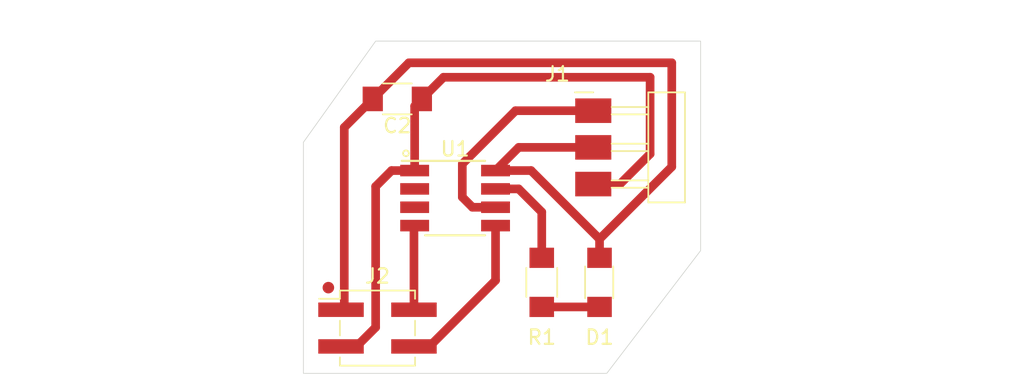
<source format=kicad_pcb>
(kicad_pcb (version 20240108) (generator "pcbnew") (generator_version "8.0")
  (layers (0 "F.Cu" signal) (31 "B.Cu" signal) (34 "B.Paste" user) (35 "F.Paste" user) (36 "B.SilkS" user "B.Silkscreen") (37 "F.SilkS" user "F.Silkscreen") (38 "B.Mask" user) (39 "F.Mask" user) (44 "Edge.Cuts" user))
  (net 0 "")
  (net 1 "/GND")
  (net 2 "/VCC")
  (net 3 "/UPDI")
  (net 4 "/RX")
  (net 5 "/TX")
  (net 6 "/PA3")
  (net 7 "Net-(D1-A)")
  (net 8 "/PA6")
  (net 9 "/PA7")
  (footprint "fab_footprints:SOIC-8_3.9x4.9mm_P1.27mm" (layer "F.Cu") (at 106 54.865)
    (property "Reference" "U1" (at 0 -3.4 360) (layer "F.SilkS"))
    (property "Value" "Microcontroller_ATtiny412_SSFR")
    (fp_line (start -3.69 -2.575) (end 2.075 -2.575) (stroke (width 0.15)) (layer "F.SilkS"))
    (fp_line (start -2.075 2.575) (end 2.075 2.575) (stroke (width 0.15)) (layer "F.SilkS"))
    (fp_circle (center -3.4 -3.1) (end -3.2 -3.1) (stroke (width 0.12)) (fill none) (layer "F.SilkS"))
    (pad "1" smd rect (at -2.8 -1.905) (size 2 0.8) (layers "F.Cu" "F.Paste" "F.Mask") (net 2 "/VCC"))
    (pad "2" smd rect (at -2.8 -0.635) (size 2 0.8) (layers "F.Cu" "F.Paste" "F.Mask") (net 8 "/PA6"))
    (pad "3" smd rect (at -2.8 0.635) (size 2 0.8) (layers "F.Cu" "F.Paste" "F.Mask") (net 9 "/PA7"))
    (pad "4" smd rect (at -2.8 1.905) (size 2 0.8) (layers "F.Cu" "F.Paste" "F.Mask") (net 4 "/RX"))
    (pad "5" smd rect (at 2.8 1.905) (size 2 0.8) (layers "F.Cu" "F.Paste" "F.Mask") (net 5 "/TX"))
    (pad "6" smd rect (at 2.8 0.635) (size 2 0.8) (layers "F.Cu" "F.Paste" "F.Mask") (net 3 "/UPDI"))
    (pad "7" smd rect (at 2.8 -0.635) (size 2 0.8) (layers "F.Cu" "F.Paste" "F.Mask") (net 6 "/PA3"))
    (pad "8" smd rect (at 2.8 -1.905) (size 2 0.8) (layers "F.Cu" "F.Paste" "F.Mask") (net 1 "/GND"))
  )
  (footprint "fab_footprints:PinHeader_2x02_P2.54mm_Vertical_SMD" (layer "F.Cu") (at 100.6275 63.865)
    (property "Reference" "J2" (at 0 -3.6 360) (layer "F.SilkS"))
    (property "Value" "Conn_PinHeader_2x02_P2.54mm_Vertical_SMD")
    (fp_circle (center -3.4 -2.8) (end -3.1 -2.8) (stroke (width 0.2)) (fill solid) (layer "F.Cu"))
    (fp_line (start -4.04 -2.03) (end -2.6 -2.03) (stroke (width 0.12)) (layer "F.SilkS"))
    (fp_line (start -2.6 -2.6) (end -2.6 -2.03) (stroke (width 0.12)) (layer "F.SilkS"))
    (fp_line (start -2.6 -2.6) (end 2.6 -2.6) (stroke (width 0.12)) (layer "F.SilkS"))
    (fp_line (start -2.6 -0.51) (end -2.6 0.51) (stroke (width 0.12)) (layer "F.SilkS"))
    (fp_line (start -2.6 2.03) (end -2.6 2.6) (stroke (width 0.12)) (layer "F.SilkS"))
    (fp_line (start -2.6 2.6) (end 2.6 2.6) (stroke (width 0.12)) (layer "F.SilkS"))
    (fp_line (start 2.6 -2.6) (end 2.6 -2.03) (stroke (width 0.12)) (layer "F.SilkS"))
    (fp_line (start 2.6 -0.51) (end 2.6 0.51) (stroke (width 0.12)) (layer "F.SilkS"))
    (fp_line (start 2.6 2.03) (end 2.6 2.6) (stroke (width 0.12)) (layer "F.SilkS"))
    (pad "1" smd rect (at -2.525 -1.27) (size 3.15 1) (layers "F.Cu" "F.Paste" "F.Mask") (net 1 "/GND"))
    (pad "2" smd rect (at 2.525 -1.27) (size 3.15 1) (layers "F.Cu" "F.Paste" "F.Mask") (net 4 "/RX"))
    (pad "3" smd rect (at -2.525 1.27) (size 3.15 1) (layers "F.Cu" "F.Paste" "F.Mask") (net 2 "/VCC"))
    (pad "4" smd rect (at 2.525 1.27) (size 3.15 1) (layers "F.Cu" "F.Paste" "F.Mask") (net 5 "/TX"))
  )
  (footprint "fab_footprints:C_1206" (layer "F.Cu") (at 102 48 180)
    (property "Reference" "C2" (at 0 -1.85 180) (layer "F.SilkS"))
    (property "Value" "1uF")
    (fp_line (start 1 1.07) (end -1 1.07) (stroke (width 0.12)) (layer "F.SilkS"))
    (fp_line (start -1 -1.07) (end 1 -1.07) (stroke (width 0.12)) (layer "F.SilkS"))
    (pad "1" smd rect (at -1.7 0 180) (size 1.4 1.7) (layers "F.Cu" "F.Paste" "F.Mask") (net 2 "/VCC"))
    (pad "2" smd rect (at 1.7 0 180) (size 1.4 1.7) (layers "F.Cu" "F.Paste" "F.Mask") (net 1 "/GND"))
  )
  (footprint "fab_footprints:PinHeader_1x03_P2.54mm_Horizontal_SMD" (layer "F.Cu") (at 115.565 48.815)
    (property "Reference" "J1" (at -1.524 -2.54 360) (layer "F.SilkS") (effects (justify right)))
    (property "Value" "Conn_PinHeader_1x03_P2.54mm_Horizontal_SMD")
    (fp_line (start -1.27 -1.27) (end 0 -1.27) (stroke (width 0.12)) (layer "F.SilkS"))
    (fp_line (start 3.81 -1.27) (end 6.35 -1.27) (stroke (width 0.12)) (layer "F.SilkS"))
    (fp_line (start 3.81 -0.254) (end 1.27 -0.254) (stroke (width 0.12)) (layer "F.SilkS"))
    (fp_line (start 3.81 0.254) (end 1.27 0.254) (stroke (width 0.12)) (layer "F.SilkS"))
    (fp_line (start 3.81 2.286) (end 1.27 2.286) (stroke (width 0.12)) (layer "F.SilkS"))
    (fp_line (start 3.81 2.794) (end 1.27 2.794) (stroke (width 0.12)) (layer "F.SilkS"))
    (fp_line (start 3.81 4.826) (end 1.27 4.826) (stroke (width 0.12)) (layer "F.SilkS"))
    (fp_line (start 3.81 5.334) (end 1.27 5.334) (stroke (width 0.12)) (layer "F.SilkS"))
    (fp_line (start 3.81 6.35) (end 3.81 -1.27) (stroke (width 0.12)) (layer "F.SilkS"))
    (fp_line (start 6.35 -1.27) (end 6.35 6.35) (stroke (width 0.12)) (layer "F.SilkS"))
    (fp_line (start 6.35 6.35) (end 3.81 6.35) (stroke (width 0.12)) (layer "F.SilkS"))
    (pad "1" smd rect (at 0 0) (size 2.5 1.7) (layers "F.Cu" "F.Paste" "F.Mask") (net 3 "/UPDI"))
    (pad "2" smd rect (at 0 2.54) (size 2.5 1.7) (layers "F.Cu" "F.Paste" "F.Mask") (net 1 "/GND"))
    (pad "3" smd rect (at 0 5.08) (size 2.5 1.7) (layers "F.Cu" "F.Paste" "F.Mask") (net 2 "/VCC"))
  )
  (footprint "fab_footprints:R_1206" (layer "F.Cu") (at 112 60.7 -90)
    (property "Reference" "R1" (at 3.799999 0 180) (layer "F.SilkS"))
    (property "Value" "1K")
    (fp_line (start 1 1.07) (end -1 1.07) (stroke (width 0.12)) (layer "F.SilkS"))
    (fp_line (start -1 -1.07) (end 1 -1.07) (stroke (width 0.12)) (layer "F.SilkS"))
    (pad "1" smd rect (at -1.7 0 270) (size 1.4 1.7) (layers "F.Cu" "F.Paste" "F.Mask") (net 6 "/PA3"))
    (pad "2" smd rect (at 1.7 0 270) (size 1.4 1.7) (layers "F.Cu" "F.Paste" "F.Mask") (net 7 "Net-(D1-A)"))
  )
  (footprint "fab_footprints:LED_1206" (layer "F.Cu") (at 116 60.7 -90)
    (property "Reference" "D1" (at 3.8 0 180) (layer "F.SilkS"))
    (property "Value" "LED")
    (fp_line (start -1.1 1) (end 1.1 1) (stroke (width 0.12)) (layer "F.SilkS"))
    (fp_line (start -1.1 -0.95) (end 1.1 -0.95) (stroke (width 0.12)) (layer "F.SilkS"))
    (pad "1" smd rect (at -1.7 0 270) (size 1.4 1.7) (layers "F.Cu" "F.Paste" "F.Mask") (net 1 "/GND"))
    (pad "2" smd rect (at 1.7 0 270) (size 1.4 1.7) (layers "F.Cu" "F.Paste" "F.Mask") (net 7 "Net-(D1-A)"))
  )
  (gr_poly (pts (xy 95.5 67) (xy 116.5 67) (xy 123 58.5) (xy 123 44) (xy 100.5 44) (xy 95.5 51)) (stroke (width 0.05)) (fill none) (layer "Edge.Cuts"))
  (segment (start 116 57.7) (end 111.26 52.96) (width 0.6) (layer "F.Cu") (net 1))
  (segment (start 121 52.7) (end 121 45.5) (width 0.6) (layer "F.Cu") (net 1))
  (segment (start 110.405 51.355) (end 108.8 52.96) (width 0.6) (layer "F.Cu") (net 1))
  (segment (start 121 45.5) (end 102.8 45.5) (width 0.6) (layer "F.Cu") (net 1))
  (segment (start 100.3 48) (end 98.32796 49.97204) (width 0.6) (layer "F.Cu") (net 1))
  (segment (start 116 59) (end 116 57.7) (width 0.6) (layer "F.Cu") (net 1))
  (segment (start 102.8 45.5) (end 100.3 48) (width 0.6) (layer "F.Cu") (net 1))
  (segment (start 98.32796 62.36954) (end 98.1025 62.595) (width 0.6) (layer "F.Cu") (net 1))
  (segment (start 116 57.7) (end 121 52.7) (width 0.6) (layer "F.Cu") (net 1))
  (segment (start 111.26 52.96) (end 108.8 52.96) (width 0.6) (layer "F.Cu") (net 1))
  (segment (start 115.565 51.355) (end 110.405 51.355) (width 0.6) (layer "F.Cu") (net 1))
  (segment (start 98.32796 49.97204) (end 98.32796 62.36954) (width 0.6) (layer "F.Cu") (net 1))
  (segment (start 100.5 63.8125) (end 100.5 54.06) (width 0.6) (layer "F.Cu") (net 2))
  (segment (start 117.415 53.895) (end 115.565 53.895) (width 0.6) (layer "F.Cu") (net 2))
  (segment (start 103.2 52.96) (end 103.2 48.5) (width 0.6) (layer "F.Cu") (net 2))
  (segment (start 99.1775 65.135) (end 100.5 63.8125) (width 0.6) (layer "F.Cu") (net 2))
  (segment (start 103.2 48.5) (end 103.7 48) (width 0.6) (layer "F.Cu") (net 2))
  (segment (start 105.2 46.5) (end 119.5 46.5) (width 0.6) (layer "F.Cu") (net 2))
  (segment (start 100.5 54.06) (end 101.6 52.96) (width 0.6) (layer "F.Cu") (net 2))
  (segment (start 119.5 51.81) (end 117.415 53.895) (width 0.6) (layer "F.Cu") (net 2))
  (segment (start 119.5 46.5) (end 119.5 51.81) (width 0.6) (layer "F.Cu") (net 2))
  (segment (start 98.1025 65.135) (end 99.1775 65.135) (width 0.6) (layer "F.Cu") (net 2))
  (segment (start 101.6 52.96) (end 103.2 52.96) (width 0.6) (layer "F.Cu") (net 2))
  (segment (start 103.7 48) (end 105.2 46.5) (width 0.6) (layer "F.Cu") (net 2))
  (segment (start 107.2 55.5) (end 108.8 55.5) (width 0.6) (layer "F.Cu") (net 3))
  (segment (start 106.5 52.5) (end 106.5 54.8) (width 0.6) (layer "F.Cu") (net 3))
  (segment (start 115.565 48.815) (end 110.185 48.815) (width 0.6) (layer "F.Cu") (net 3))
  (segment (start 106.5 54.8) (end 107.2 55.5) (width 0.6) (layer "F.Cu") (net 3))
  (segment (start 110.185 48.815) (end 106.5 52.5) (width 0.6) (layer "F.Cu") (net 3))
  (segment (start 103.1525 56.8175) (end 103.2 56.77) (width 0.6) (layer "F.Cu") (net 4))
  (segment (start 103.1525 62.595) (end 103.1525 56.8175) (width 0.6) (layer "F.Cu") (net 4))
  (segment (start 104.2275 65.135) (end 108.8 60.5625) (width 0.6) (layer "F.Cu") (net 5))
  (segment (start 103.1525 65.135) (end 104.2275 65.135) (width 0.6) (layer "F.Cu") (net 5))
  (segment (start 108.8 60.5625) (end 108.8 56.77) (width 0.6) (layer "F.Cu") (net 5))
  (segment (start 112 59) (end 112 55.83) (width 0.6) (layer "F.Cu") (net 6))
  (segment (start 110.4 54.23) (end 108.8 54.23) (width 0.6) (layer "F.Cu") (net 6))
  (segment (start 112 55.83) (end 110.4 54.23) (width 0.6) (layer "F.Cu") (net 6))
  (segment (start 112 62.4) (end 116 62.4) (width 0.6) (layer "F.Cu") (net 7))
)
</source>
